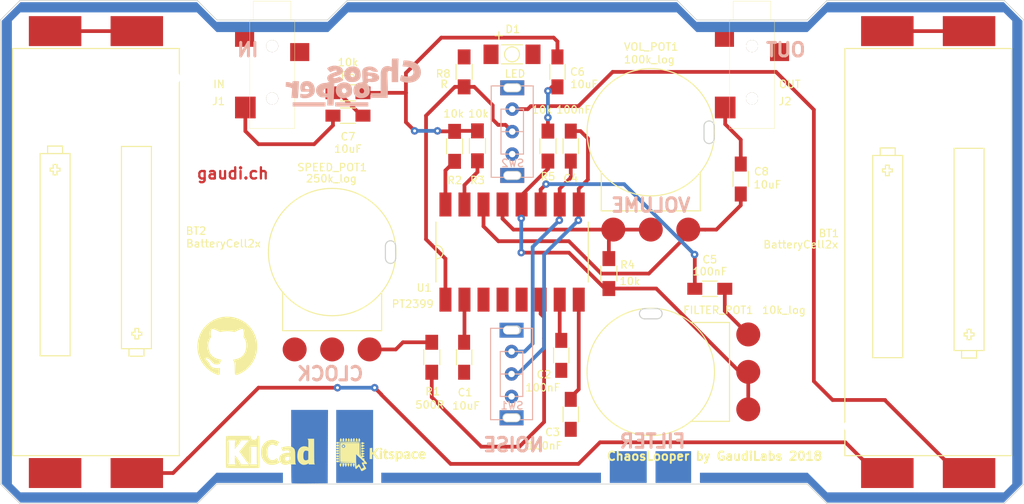
<source format=kicad_pcb>
(kicad_pcb (version 4) (host pcbnew 4.0.7-e2-6376~58~ubuntu16.04.1)
  (layers (0 F.Cu signal) (31 B.Cu signal) (34 B.Paste user) (35 F.Paste user) (36 B.SilkS user) (37 F.SilkS user) (38 B.Mask user) (39 F.Mask user) (44 Edge.Cuts user))
  (net 0 "")
  (net 1 GND)
  (net 2 "Net-(C6-Pad2)")
  (net 3 "Net-(C6-Pad1)")
  (net 4 "Net-(C7-Pad2)")
  (net 5 "Net-(C7-Pad1)")
  (net 6 "Net-(C8-Pad1)")
  (net 7 "Net-(C8-Pad2)")
  (net 8 "Net-(J1-Pad2)")
  (net 9 "Net-(J2-Pad2)")
  (net 10 "Net-(BT1-Pad2)")
  (net 11 "Net-(BT2-Pad2)")
  (net 12 "Net-(C5-Pad1)")
  (net 13 "Net-(R1-Pad1)")
  (net 14 "Net-(R4-Pad2)")
  (net 15 "Net-(C1-Pad1)")
  (net 16 "Net-(C2-Pad2)")
  (net 17 "Net-(C3-Pad2)")
  (net 18 "Net-(C4-Pad1)")
  (net 19 "Net-(C4-Pad2)")
  (net 20 "Net-(C5-Pad2)")
  (net 21 "Net-(R1-Pad2)")
  (net 22 "Net-(R2-Pad2)")
  (net 23 "Net-(R3-Pad2)")
  (net 24 "Net-(BT1-Pad1)")
  (net 25 VCC)
  (net 26 "Net-(D1-Pad2)")
  (net 27 "Net-(SW2-Pad3)")
  (net 28 "Net-(U1-Pad5)")
  (net 29 "Net-(SW1-Pad3)")
  (net 30 "Net-(FILTER_POT1-Pad2)")
  (net 31 "Net-(BT1-Pad3)")
  (module Capacitors_SMD:C_1206_HandSoldering (layer F.Cu) (at 133.604 114.046 270)
    (fp_text reference C1 (at 4.699 -0.127 360) (layer F.SilkS))
    (fp_text value 10uF (at 6.477 -0.254 360) (layer F.SilkS))
    (pad 2 smd rect (at 2 0 270) (size 2 1.6) (layers F.Cu F.Paste F.Mask))
    (pad 1 smd rect (at -2 0 270) (size 2 1.6) (layers F.Cu F.Paste F.Mask) (net 15 "Net-(C1-Pad1)"))
  )
  (module Capacitors_SMD:C_1206_HandSoldering (layer F.Cu) (at 146.558 113.792 90)
    (fp_text reference C2 (at -2.558 -2.308 180) (layer F.SilkS))
    (fp_text value 100nF (at -4.308 -2.458 180) (layer F.SilkS))
    (pad 1 smd rect (at -2 0 90) (size 2 1.6) (layers F.Cu F.Paste F.Mask))
    (pad 2 smd rect (at 2 0 90) (size 2 1.6) (layers F.Cu F.Paste F.Mask) (net 16 "Net-(C2-Pad2)"))
  )
  (module Capacitors_SMD:C_1206_HandSoldering (layer F.Cu) (at 147.828 121.666 90)
    (fp_text reference C3 (at -2.384 -2.428 180) (layer F.SilkS))
    (fp_text value 100nF (at -4.184 -3.478 180) (layer F.SilkS))
    (pad 1 smd rect (at -2 0 90) (size 2 1.6) (layers F.Cu F.Paste F.Mask))
    (pad 2 smd rect (at 2 0 90) (size 2 1.6) (layers F.Cu F.Paste F.Mask) (net 17 "Net-(C3-Pad2)"))
  )
  (module Capacitors_SMD:C_1206_HandSoldering (layer F.Cu) (at 147.828 85.852 270)
    (fp_text reference C4 (at 4.318 0 360) (layer F.SilkS))
    (fp_text value 100nF (at -4.852 -0.372 360) (layer F.SilkS))
    (pad 1 smd rect (at -2 0 270) (size 2 1.6) (layers F.Cu F.Paste F.Mask) (net 18 "Net-(C4-Pad1)"))
    (pad 2 smd rect (at 2 0 270) (size 2 1.6) (layers F.Cu F.Paste F.Mask) (net 19 "Net-(C4-Pad2)"))
  )
  (module Capacitors_SMD:C_1206_HandSoldering (layer F.Cu) (at 166.37 104.902 180)
    (fp_text reference C5 (at 0 3.902 180) (layer F.SilkS))
    (fp_text value 100nF (at 0 2.3 180) (layer F.SilkS))
    (pad 2 smd rect (at 2 0 180) (size 2 1.6) (layers F.Cu F.Paste F.Mask) (net 20 "Net-(C5-Pad2)"))
    (pad 1 smd rect (at -2 0 180) (size 2 1.6) (layers F.Cu F.Paste F.Mask) (net 12 "Net-(C5-Pad1)"))
  )
  (module Capacitors_SMD:C_1206_HandSoldering (layer F.Cu) (at 146.05 75.946 270)
    (fp_text reference C6 (at 0 -2.667 360) (layer F.SilkS))
    (fp_text value 10uF (at 1.651 -3.556 360) (layer F.SilkS))
    (pad 2 smd rect (at 2 0 270) (size 2 1.6) (layers F.Cu F.Paste F.Mask) (net 2 "Net-(C6-Pad2)"))
    (pad 1 smd rect (at -2 0 270) (size 2 1.6) (layers F.Cu F.Paste F.Mask) (net 3 "Net-(C6-Pad1)"))
  )
  (module Capacitors_SMD:C_1206_HandSoldering (layer F.Cu) (at 118.11 81.788)
    (fp_text reference C7 (at 0 2.794) (layer F.SilkS))
    (fp_text value 10uF (at 0 4.445) (layer F.SilkS))
    (pad 2 smd rect (at 2 0) (size 2 1.6) (layers F.Cu F.Paste F.Mask) (net 4 "Net-(C7-Pad2)"))
    (pad 1 smd rect (at -2 0) (size 2 1.6) (layers F.Cu F.Paste F.Mask) (net 5 "Net-(C7-Pad1)"))
  )
  (module Capacitors_SMD:C_1206_HandSoldering (layer F.Cu) (at 170.5 90.25 270)
    (fp_text reference C8 (at -1 -2.75 360) (layer F.SilkS))
    (fp_text value 10uF (at 0.75 -3.556 360) (layer F.SilkS))
    (pad 1 smd rect (at -2 0 270) (size 2 1.6) (layers F.Cu F.Paste F.Mask) (net 6 "Net-(C8-Pad1)"))
    (pad 2 smd rect (at 2 0 270) (size 2 1.6) (layers F.Cu F.Paste F.Mask) (net 7 "Net-(C8-Pad2)"))
  )
  (module Resistors_SMD:R_1206_HandSoldering (layer F.Cu) (at 129.286 114.046 270)
    (fp_text reference R1 (at 4.572 -0.127 360) (layer F.SilkS))
    (fp_text value 500R (at 6.35 0.254 360) (layer F.SilkS))
    (pad 2 smd rect (at 2 0 270) (size 2 1.7) (layers F.Cu F.Paste F.Mask) (net 21 "Net-(R1-Pad2)"))
    (pad 1 smd rect (at -2 0 270) (size 2 1.7) (layers F.Cu F.Paste F.Mask) (net 13 "Net-(R1-Pad1)"))
  )
  (module Resistors_SMD:R_1206_HandSoldering (layer F.Cu) (at 132.334 85.884 270)
    (fp_text reference R2 (at 4.54 0 360) (layer F.SilkS))
    (fp_text value 10k (at -4.35 0.127 360) (layer F.SilkS))
    (pad 2 smd rect (at 2 0 270) (size 2 1.7) (layers F.Cu F.Paste F.Mask) (net 22 "Net-(R2-Pad2)"))
    (pad 1 smd rect (at -2 0 270) (size 2 1.7) (layers F.Cu F.Paste F.Mask) (net 3 "Net-(C6-Pad1)"))
  )
  (module Resistors_SMD:R_1206_HandSoldering (layer F.Cu) (at 135.382 85.82 270)
    (fp_text reference R3 (at 4.604 0 360) (layer F.SilkS))
    (fp_text value 10k (at -4.286 -0.127 360) (layer F.SilkS))
    (pad 1 smd rect (at -2 0 270) (size 2 1.7) (layers F.Cu F.Paste F.Mask) (net 3 "Net-(C6-Pad1)"))
    (pad 2 smd rect (at 2 0 270) (size 2 1.7) (layers F.Cu F.Paste F.Mask) (net 23 "Net-(R3-Pad2)"))
  )
  (module Resistors_SMD:R_1206_HandSoldering (layer F.Cu) (at 152.908 102.87 90)
    (fp_text reference R4 (at 1.17 2.492 180) (layer F.SilkS))
    (fp_text value 10k (at -1.03 2.792 180) (layer F.SilkS))
    (pad 1 smd rect (at -2 0 90) (size 2 1.7) (layers F.Cu F.Paste F.Mask) (net 30 "Net-(FILTER_POT1-Pad2)"))
    (pad 2 smd rect (at 2 0 90) (size 2 1.7) (layers F.Cu F.Paste F.Mask) (net 14 "Net-(R4-Pad2)"))
  )
  (module Resistors_SMD:R_1206_HandSoldering (layer F.Cu) (at 144.78 85.852 270)
    (fp_text reference R5 (at 4.064 0 360) (layer F.SilkS))
    (fp_text value 10k (at -4.852 0.78 360) (layer F.SilkS))
    (pad 1 smd rect (at -2 0 270) (size 2 1.7) (layers F.Cu F.Paste F.Mask) (net 2 "Net-(C6-Pad2)"))
    (pad 2 smd rect (at 2 0 270) (size 2 1.7) (layers F.Cu F.Paste F.Mask) (net 30 "Net-(FILTER_POT1-Pad2)"))
  )
  (module Resistors_SMD:R_1206_HandSoldering (layer F.Cu) (at 118.11 78.74)
    (fp_text reference R6 (at 0 -2.3) (layer F.SilkS))
    (fp_text value 10k (at 0 -4.064) (layer F.SilkS))
    (pad 1 smd rect (at -2 0) (size 2 1.7) (layers F.Cu F.Paste F.Mask) (net 4 "Net-(C7-Pad2)"))
    (pad 2 smd rect (at 2 0) (size 2 1.7) (layers F.Cu F.Paste F.Mask) (net 3 "Net-(C6-Pad1)"))
  )
  (module Resistors_SMD:R_1206_HandSoldering (layer F.Cu) (at 133.604 75.946 270)
    (fp_text reference R8 (at 0.254 2.794 360) (layer F.SilkS))
    (fp_text value R (at 1.651 2.667 360) (layer F.SilkS))
    (pad 1 smd rect (at -2 0 270) (size 2 1.7) (layers F.Cu F.Paste F.Mask))
    (pad 2 smd rect (at 2 0 270) (size 2 1.7) (layers F.Cu F.Paste F.Mask) (net 25 VCC))
  )
  (module GaudiLabsFootPrints:PLUG3_5_SwitchCraft_2B (layer F.Cu) (at 108 69)
    (fp_text reference J1 (at -7.15 10.87) (layer F.SilkS))
    (fp_text value IN (at -7.09 8.597) (layer F.SilkS))
    (pad 3 smd rect (at -3.575 11.7) (size 2.75 2.9) (layers F.Cu F.Paste F.Mask) (net 5 "Net-(C7-Pad1)"))
    (pad 1 smd rect (at -3.675 2.4) (size 2.55 2.4) (layers F.Cu F.Paste F.Mask))
    (pad 2 smd rect (at 3.675 4.3) (size 2.55 2.4) (layers F.Cu F.Paste F.Mask))
    (pad "" thru_hole circle (at 0 3.5) (size 1.6 1.6) (drill 1.6) (layers *.Cu *.Mask F.SilkS))
    (pad "" thru_hole circle (at 0 10.5) (size 1.6 1.6) (drill 1.6) (layers *.Cu *.Mask F.SilkS))
  )
  (module GaudiLabsFootPrints:PLUG3_5_SwitchCraft_2B (layer F.Cu) (at 172 69)
    (fp_text reference J2 (at 4.403 10.883) (layer F.SilkS))
    (fp_text value OUT (at 5.038 8.597) (layer F.SilkS))
    (pad 3 smd rect (at -3.575 11.7) (size 2.75 2.9) (layers F.Cu F.Paste F.Mask) (net 6 "Net-(C8-Pad1)"))
    (pad 1 smd rect (at -3.675 2.4) (size 2.55 2.4) (layers F.Cu F.Paste F.Mask))
    (pad 2 smd rect (at 3.675 4.3) (size 2.55 2.4) (layers F.Cu F.Paste F.Mask))
    (pad "" thru_hole circle (at 0 3.5) (size 1.6 1.6) (drill 1.6) (layers *.Cu *.Mask F.SilkS))
    (pad "" thru_hole circle (at 0 10.5) (size 1.6 1.6) (drill 1.6) (layers *.Cu *.Mask F.SilkS))
  )
  (module GaudiLabsFootPrints:DIL16_SMD (layer F.Cu) (at 140 100)
    (fp_text reference U1 (at -11.73 4.775) (layer F.SilkS))
    (fp_text value PT2399 (at -13.254 6.934) (layer F.SilkS))
    (pad 16 smd rect (at -8.89 -6.35) (size 1.6 3.2) (layers F.Cu F.Paste F.Mask) (net 22 "Net-(R2-Pad2)"))
    (pad 15 smd rect (at -6.35 -6.35) (size 1.6 3.2) (layers F.Cu F.Paste F.Mask) (net 23 "Net-(R3-Pad2)"))
    (pad 14 smd rect (at -3.81 -6.35) (size 1.6 3.2) (layers F.Cu F.Paste F.Mask) (net 7 "Net-(C8-Pad2)"))
    (pad 13 smd rect (at -1.27 -6.35) (size 1.6 3.2) (layers F.Cu F.Paste F.Mask) (net 14 "Net-(R4-Pad2)"))
    (pad 12 smd rect (at 1.27 -6.35) (size 1.6 3.2) (layers F.Cu F.Paste F.Mask) (net 30 "Net-(FILTER_POT1-Pad2)"))
    (pad 11 smd rect (at 3.81 -6.35) (size 1.6 3.2) (layers F.Cu F.Paste F.Mask) (net 20 "Net-(C5-Pad2)"))
    (pad 10 smd rect (at 6.35 -6.35) (size 1.6 3.2) (layers F.Cu F.Paste F.Mask) (net 19 "Net-(C4-Pad2)"))
    (pad 9 smd rect (at 8.89 -6.35) (size 1.6 3.2) (layers F.Cu F.Paste F.Mask) (net 18 "Net-(C4-Pad1)"))
    (pad 8 smd rect (at 8.89 6.35) (size 1.6 3.2) (layers F.Cu F.Paste F.Mask) (net 17 "Net-(C3-Pad2)"))
    (pad 7 smd rect (at 6.35 6.35) (size 1.6 3.2) (layers F.Cu F.Paste F.Mask) (net 16 "Net-(C2-Pad2)"))
    (pad 6 smd rect (at 3.81 6.35) (size 1.6 3.2) (layers F.Cu F.Paste F.Mask) (net 21 "Net-(R1-Pad2)"))
    (pad 5 smd rect (at 1.27 6.35) (size 1.6 3.2) (layers F.Cu F.Paste F.Mask))
    (pad 4 smd rect (at -1.27 6.35) (size 1.6 3.2) (layers F.Cu F.Paste F.Mask))
    (pad 3 smd rect (at -3.81 6.35) (size 1.6 3.2) (layers F.Cu F.Paste F.Mask))
    (pad 1 smd rect (at -8.89 6.35) (size 1.6 3.2) (layers F.Cu F.Paste F.Mask) (net 25 VCC))
    (pad 2 smd rect (at -6.35 6.35) (size 1.6 3.2) (layers F.Cu F.Paste F.Mask) (net 15 "Net-(C1-Pad1)"))
  )
  (module GaudiLabsLogos:ChaosFront (layer B.Cu) (at 140.081 99.949 180)
    (fp_text reference G*** hide)
    (fp_text value LOGO hide)
  )
  (module GaudiLabsLogos:ChaosLogo (layer B.Cu) (at 118.999 77.47 180)
    (fp_text reference G*** hide)
    (fp_text value LOGO hide)
  )
  (module GaudiLabsFootPrints:TOPLED_R (layer F.Cu) (at 139.99 73.6 90)
    (fp_text reference D1 (at 3.35 0.1 180) (layer F.SilkS))
    (fp_text value LED (at -2.6 0.4 180) (layer F.SilkS))
    (pad 2 smd rect (at 0 -2.8 90) (size 2.6 2) (layers F.Cu F.Paste F.Mask))
    (pad 1 smd rect (at 0 2.8 90) (size 2.6 2) (layers F.Cu F.Paste F.Mask))
  )
  (module GaudiLabsFootPrints:SWITCH_SLIDE (layer B.Cu) (at 140.02 83.92 270)
    (fp_text reference SW2 (at 4.218 -0.061 360) (layer B.SilkS) (effects (justify mirror)))
    (fp_text value Switch)
    (pad "" thru_hole rect (at -5.85 0 180) (size 3.2 2) (drill oval 2.2 1) (layers *.Cu *.Mask))
    (pad "" thru_hole rect (at 5.85 0 180) (size 3.2 2) (drill oval 2.2 1) (layers *.Cu *.Mask))
    (pad 3 thru_hole circle (at 3 0 180) (size 1.8 1.8) (drill 0.85) (layers *.Cu *.Mask))
    (pad 1 thru_hole circle (at -3 0 270) (size 1.8 1.8) (drill 0.85) (layers *.Cu *.Mask) (net 31 "Net-(BT1-Pad3)"))
    (pad 2 thru_hole circle (at 0 0 270) (size 1.8 1.8) (drill 0.85) (layers *.Cu *.Mask) (net 25 VCC))
  )
  (module GaudiLabsFootPrints:SWITCH_SLIDE (layer B.Cu) (at 139.93 116.28 270)
    (fp_text reference SW1 (at 4.218 -0.061 360) (layer B.SilkS) (effects (justify mirror)))
    (fp_text value Switch)
    (pad "" thru_hole rect (at -5.85 0 180) (size 3.2 2) (drill oval 2.2 1) (layers *.Cu *.Mask))
    (pad "" thru_hole rect (at 5.85 0 180) (size 3.2 2) (drill oval 2.2 1) (layers *.Cu *.Mask))
    (pad 3 thru_hole circle (at 3 0 180) (size 1.8 1.8) (drill 0.85) (layers *.Cu *.Mask))
    (pad 1 thru_hole circle (at -3 0 270) (size 1.8 1.8) (drill 0.85) (layers *.Cu *.Mask) (net 19 "Net-(C4-Pad2)"))
    (pad 2 thru_hole circle (at 0 0 270) (size 1.8 1.8) (drill 0.85) (layers *.Cu *.Mask) (net 18 "Net-(C4-Pad1)"))
  )
  (module GaudiLabsLogos:ChaosFrame2 (layer F.Cu) (at 140 100)
    (fp_text reference G*** hide)
    (fp_text value LOGO hide)
    (fp_poly (pts (xy -40.724667 -32.046333) (xy -39.414382 -30.734) (xy -24.593618 -30.734) (xy -23.283333 -32.046333) (xy -21.973049 -33.358667) (xy 21.973049 -33.358667) (xy 23.283334 -32.046333) (xy 24.593618 -30.734) (xy 39.414382 -30.734) (xy 40.724667 -32.046334) (xy 42.034951 -33.358667) (xy 65.576451 -33.358667) (xy 66.824225 -32.108808) (xy 68.072 -30.85895) (xy 68.072 30.943616) (xy 66.824225 32.193475) (xy 65.576451 33.443333) (xy 42.034951 33.443333) (xy 40.724667 32.131) (xy 39.414382 30.818667) (xy 25.061334 30.818667) (xy 25.061334 29.464) (xy 39.414382 29.464) (xy 40.724667 30.776333) (xy 42.034951 32.088666) (xy 53.806913 32.088667) (xy 65.578875 32.088667) (xy 66.148104 31.515042) (xy 66.717334 30.941417) (xy 66.717334 -30.865542) (xy 65.570084 -32.004) (xy 42.034951 -32.004) (xy 40.724667 -30.691667) (xy 39.414382 -29.379333) (xy 24.593618 -29.379333) (xy 23.283334 -30.691667) (xy 21.973049 -32.004) (xy -21.874384 -32.004) (xy -23.196011 -30.691667) (xy -24.517639 -29.379333) (xy -39.414382 -29.379333) (xy -40.724667 -30.691667) (xy -42.034951 -32.004) (xy -65.578875 -32.004) (xy -66.148104 -31.430375) (xy -66.717333 -30.856751) (xy -66.717333 30.950208) (xy -66.143708 31.519437) (xy -65.570084 32.088667) (xy -42.034951 32.088667) (xy -40.724666 30.776333) (xy -39.414382 29.464) (xy -30.564666 29.464) (xy -30.564666 30.818667) (xy -39.414382 30.818667) (xy -40.724666 32.131) (xy -42.034951 33.443333) (xy -65.57645 33.443333) (xy -66.824225 32.193475) (xy -68.072 30.943616) (xy -68.072 -30.863117) (xy -66.822141 -32.110892) (xy -65.572283 -33.358667) (xy -42.034951 -33.358667) (xy -40.724667 -32.046333)) (layer B.Cu) (width 0.01))
    (fp_poly (pts (xy -24.595666 30.861) (xy -26.972096 30.883459) (xy -27.590253 30.887302) (xy -28.152626 30.886971) (xy -28.637124 30.882787) (xy -29.021658 30.87507) (xy -29.284135 30.864141) (xy -29.402467 30.850319) (xy -29.406263 30.848181) (xy -29.416852 30.755207) (xy -29.426813 30.508108) (xy -29.435967 30.122093) (xy -29.444137 29.612371) (xy -29.451143 28.99415) (xy -29.456806 28.282639) (xy -29.460948 27.493045) (xy -29.46339 26.640577) (xy -29.464 25.936222) (xy -29.464 21.082) (xy -24.551958 21.082) (xy -24.595666 30.861)) (layer B.Cu) (width 0.01))
    (fp_poly (pts (xy -18.542 30.818667) (xy -23.452666 30.818667) (xy -23.452666 21.082) (xy -18.542 21.082) (xy -18.542 30.818667)) (layer B.Cu) (width 0.01))
    (fp_poly (pts (xy 11.853334 30.818667) (xy -17.441333 30.818667) (xy -17.441333 29.464) (xy 11.853334 29.464) (xy 11.853334 30.818667)) (layer B.Cu) (width 0.01))
    (fp_poly (pts (xy 17.949334 30.818667) (xy 13.038667 30.818667) (xy 13.038667 26.585333) (xy 17.949334 26.585333) (xy 17.949334 30.818667)) (layer B.Cu) (width 0.01))
    (fp_poly (pts (xy 23.876 30.818667) (xy 19.134667 30.818667) (xy 19.134667 26.585333) (xy 23.876 26.585333) (xy 23.876 30.818667)) (layer B.Cu) (width 0.01))
  )
  (module GaudiLabsLogos:ChaosFrameM2 (layer F.Cu) (at 140 100)
    (fp_text reference G*** hide)
    (fp_text value LOGO hide)
  )
  (module GaudiLabsFootPrints:POTI_PCB (layer B.Cu) (at 158.5 116 270)
    (fp_text reference FILTER_POT1 (at -8.25 -9 360) (layer F.SilkS))
    (fp_text value 10k_log (at -8.25 -17.75 360) (layer F.SilkS))
    (pad 1 smd circle (at -5 -13 270) (size 3.2 3.2) (layers F.Cu F.Paste F.Mask) (net 12 "Net-(C5-Pad1)"))
    (pad 3 smd circle (at 5 -13 270) (size 3.2 3.2) (layers F.Cu F.Paste F.Mask) (net 30 "Net-(FILTER_POT1-Pad2)"))
    (pad 2 smd circle (at 0 -13 270) (size 3.2 3.2) (layers F.Cu F.Paste F.Mask) (net 30 "Net-(FILTER_POT1-Pad2)"))
    (pad "" np_thru_hole circle (at -0.1 0.1 270) (size 7 7) (drill 7) (layers *.Cu *.Mask))
  )
  (module GaudiLabsFootPrints:POTI_PCB (layer B.Cu) (at 116 100 180)
    (fp_text reference SPEED_POT1 (at 0 11.3 180) (layer F.SilkS))
    (fp_text value 250k_log (at 0.1 9.8 180) (layer F.SilkS))
    (pad 1 smd circle (at -5 -13 180) (size 3.2 3.2) (layers F.Cu F.Paste F.Mask) (net 13 "Net-(R1-Pad1)"))
    (pad 3 smd circle (at 5 -13 180) (size 3.2 3.2) (layers F.Cu F.Paste F.Mask))
    (pad 2 smd circle (at 0 -13 180) (size 3.2 3.2) (layers F.Cu F.Paste F.Mask))
    (pad "" np_thru_hole circle (at -0.1 0.1 180) (size 7 7) (drill 7) (layers *.Cu *.Mask))
  )
  (module GaudiLabsFootPrints:POTI_PCB (layer B.Cu) (at 158.5 84 180)
    (fp_text reference VOL_POT1 (at -0.05 11.4 180) (layer F.SilkS))
    (fp_text value 100k_log (at 0.2 9.7 180) (layer F.SilkS))
    (pad 1 smd circle (at -5 -13 180) (size 3.2 3.2) (layers F.Cu F.Paste F.Mask) (net 7 "Net-(C8-Pad2)"))
    (pad 3 smd circle (at 5 -13 180) (size 3.2 3.2) (layers F.Cu F.Paste F.Mask) (net 14 "Net-(R4-Pad2)"))
    (pad 2 smd circle (at 0 -13 180) (size 3.2 3.2) (layers F.Cu F.Paste F.Mask) (net 14 "Net-(R4-Pad2)"))
    (pad "" np_thru_hole circle (at -0.1 0.1 180) (size 7 7) (drill 7) (layers *.Cu *.Mask))
  )
  (module GaudiLabsFootPrints:BAT_HOLDER_AAA_DOUBLE (layer F.Cu) (at 195.5 100 90)
    (fp_text reference BT1 (at 2.5 -13.25 180) (layer F.SilkS))
    (fp_text value BatteryCell2x (at 1 -17 180) (layer F.SilkS))
    (pad 2 smd rect (at -29.5 -5.45 90) (size 4 7) (layers F.Cu F.Paste F.Mask) (net 10 "Net-(BT1-Pad2)"))
    (pad 1 smd rect (at 29.5 -5.45 90) (size 4 7) (layers F.Cu F.Paste F.Mask) (net 24 "Net-(BT1-Pad1)"))
    (pad 3 smd rect (at -29.5 5.45 90) (size 4 7) (layers F.Cu F.Paste F.Mask) (net 31 "Net-(BT1-Pad3)"))
    (pad 4 smd rect (at 29.5 5.45 90) (size 4 7) (layers F.Cu F.Paste F.Mask) (net 24 "Net-(BT1-Pad1)"))
    (pad "" np_thru_hole circle (at -23.25 -10.475 90) (size 1.6 1.6) (drill 1.6) (layers *.Cu *.Mask))
  )
  (module GaudiLabsFootPrints:BAT_HOLDER_AAA_DOUBLE (layer F.Cu) (at 84.5 100 270)
    (fp_text reference BT2 (at -2.82 -13.35 360) (layer F.SilkS))
    (fp_text value BatteryCell2x (at -1.13 -17 360) (layer F.SilkS))
    (pad 2 smd rect (at -29.5 -5.45 270) (size 4 7) (layers F.Cu F.Paste F.Mask) (net 11 "Net-(BT2-Pad2)"))
    (pad 1 smd rect (at 29.5 -5.45 270) (size 4 7) (layers F.Cu F.Paste F.Mask) (net 10 "Net-(BT1-Pad2)"))
    (pad 3 smd rect (at -29.5 5.45 270) (size 4 7) (layers F.Cu F.Paste F.Mask) (net 11 "Net-(BT2-Pad2)"))
    (pad 4 smd rect (at 29.5 5.45 270) (size 4 7) (layers F.Cu F.Paste F.Mask))
    (pad "" np_thru_hole circle (at -23.25 -10.475 270) (size 1.6 1.6) (drill 1.6) (layers *.Cu *.Mask))
  )
  (module GaudiLabsLogos:Kitspace2 (layer F.Cu) (at 123.25 127)
    (fp_text reference G*** hide)
    (fp_text value LOGO hide)
  )
  (module GaudiLabsLogos:GitHubCat (layer F.Cu) (at 102 112.5)
    (fp_text reference G*** hide)
    (fp_text value LOGO hide)
  )
  (module Symbols:Symbol_KiCAD-Logo_CopperAndSilkScreenTop (layer F.Cu) (at 107.75 126.5)
    (fp_text reference REF** hide)
    (fp_text value "KiCAD Logo" hide)
  )
  (gr_text NOISE (at 140.22 125.73) (layer B.SilkS) (effects (font (size 1.8 1.8) (thickness 0.4)) (justify mirror)))
  (gr_text gaudi.ch (at 102.75 89.5) (layer F.Cu) (effects (font (size 1.5 1.5) (thickness 0.3))))
  (gr_text CLOCK (at 115.75 116.25) (layer B.SilkS) (effects (font (size 1.8 1.8) (thickness 0.4)) (justify mirror)))
  (gr_text FILTER (at 158.75 125.25) (layer B.SilkS) (effects (font (size 1.8 1.8) (thickness 0.4)) (justify mirror)))
  (gr_text VOLUME (at 158.5 93.75) (layer B.SilkS) (effects (font (size 1.8 1.8) (thickness 0.4)) (justify mirror)))
  (gr_text IN (at 104.75 73) (layer B.SilkS) (effects (font (size 1.8 1.8) (thickness 0.4)) (justify mirror)))
  (gr_text OUT (at 176.5 73) (layer B.SilkS) (effects (font (size 1.8 1.8) (thickness 0.4)) (justify mirror)))
  (gr_text "ChaosLooper by GaudiLabs 2018" (at 167 127.25) (layer F.SilkS) (effects (font (size 1.15 1.15) (thickness 0.25))))
  (gr_arc (start 140.63472 78.05928) (end 140.59916 77.52588) (angle 186.9689177) (layer Edge.Cuts) (width 0.15))
  (gr_arc (start 139.4206 78.06944) (end 139.43584 78.60284) (angle 184.4521337) (layer Edge.Cuts) (width 0.15))
  (gr_arc (start 139.4206 89.77884) (end 139.43584 90.31224) (angle 184.4521337) (layer Edge.Cuts) (width 0.15))
  (gr_arc (start 140.63472 89.76868) (end 140.59916 89.23528) (angle 186.9689177) (layer Edge.Cuts) (width 0.15))
  (gr_arc (start 140.53312 122.10796) (end 140.49756 121.57456) (angle 186.9689177) (layer Edge.Cuts) (width 0.15))
  (gr_arc (start 139.319 122.11812) (end 139.33424 122.65152) (angle 184.4521337) (layer Edge.Cuts) (width 0.15))
  (gr_arc (start 139.39012 110.4138) (end 139.40536 110.9472) (angle 184.4521337) (layer Edge.Cuts) (width 0.15))
  (gr_arc (start 140.60424 110.40364) (end 140.56868 109.87024) (angle 186.9689177) (layer Edge.Cuts) (width 0.15))
  (gr_arc (start 159.327596 108.227115) (end 159.332676 107.546395) (angle 177.9474511) (layer Edge.Cuts) (width 0.15))
  (gr_arc (start 157.66542 108.23702) (end 157.66542 108.91266) (angle 177.9249736) (layer Edge.Cuts) (width 0.15))
  (gr_arc (start 123.78436 99.17176) (end 123.10872 99.17176) (angle 177.9249736) (layer Edge.Cuts) (width 0.15))
  (gr_arc (start 123.794265 100.833936) (end 124.474985 100.839016) (angle 177.9474511) (layer Edge.Cuts) (width 0.15))
  (gr_arc (start 166.280465 84.830696) (end 166.961185 84.835776) (angle 177.9474511) (layer Edge.Cuts) (width 0.15))
  (gr_arc (start 166.274803 83.17484) (end 165.599163 83.17484) (angle 177.9249736) (layer Edge.Cuts) (width 0.15))
  (gr_line (start 139.45616 77.53604) (end 140.6144 77.52588) (layer Edge.Cuts) (width 0.15))
  (gr_line (start 140.59916 78.59776) (end 139.40028 78.60792) (layer Edge.Cuts) (width 0.15))
  (gr_line (start 140.59916 90.30716) (end 139.40028 90.31732) (layer Edge.Cuts) (width 0.15))
  (gr_line (start 139.45616 89.24544) (end 140.6144 89.23528) (layer Edge.Cuts) (width 0.15))
  (gr_line (start 139.35456 121.58472) (end 140.5128 121.57456) (layer Edge.Cuts) (width 0.15))
  (gr_line (start 140.49756 122.64644) (end 139.29868 122.6566) (layer Edge.Cuts) (width 0.15))
  (gr_line (start 140.56868 110.94212) (end 139.3698 110.95228) (layer Edge.Cuts) (width 0.15))
  (gr_line (start 139.42568 109.8804) (end 140.58392 109.87024) (layer Edge.Cuts) (width 0.15))
  (gr_line (start 157.65526 107.56138) (end 159.33166 107.54106) (layer Edge.Cuts) (width 0.15))
  (gr_line (start 157.65526 108.91774) (end 159.33166 108.91774) (layer Edge.Cuts) (width 0.15))
  (gr_line (start 123.10364 99.1616) (end 123.10364 100.838) (layer Edge.Cuts) (width 0.15))
  (gr_line (start 124.46 99.1616) (end 124.48032 100.838) (layer Edge.Cuts) (width 0.15))
  (gr_line (start 166.95 83.165696) (end 166.961 84.842096) (layer Edge.Cuts) (width 0.15))
  (gr_line (start 165.599163 83.17484) (end 165.599163 84.85124) (layer Edge.Cuts) (width 0.15))
  (gr_line (start 98.001095 133.59819) (end 100.626091 130.97318) (layer Edge.Cuts) (width 0.1))
  (gr_line (start 74.376094 133.59819) (end 98.001095 133.59819) (layer Edge.Cuts) (width 0.1))
  (gr_line (start 71.751095 130.97318) (end 74.376094 133.59819) (layer Edge.Cuts) (width 0.1))
  (gr_line (start 71.751095 69.023183) (end 71.751095 130.97318) (layer Edge.Cuts) (width 0.1))
  (gr_line (start 74.376094 66.398184) (end 71.751095 69.023183) (layer Edge.Cuts) (width 0.1))
  (gr_line (start 98.001095 66.398184) (end 74.376094 66.398184) (layer Edge.Cuts) (width 0.1))
  (gr_line (start 100.626094 69.023183) (end 98.001095 66.398184) (layer Edge.Cuts) (width 0.1))
  (gr_line (start 115.37391 69.023183) (end 100.626094 69.023183) (layer Edge.Cuts) (width 0.1))
  (gr_line (start 118.026094 66.398184) (end 115.37391 69.023183) (layer Edge.Cuts) (width 0.1))
  (gr_line (start 162.00109 66.398184) (end 118.026094 66.398184) (layer Edge.Cuts) (width 0.1))
  (gr_line (start 164.62609 69.023183) (end 162.00109 66.398184) (layer Edge.Cuts) (width 0.1))
  (gr_line (start 179.3761 69.023183) (end 164.62609 69.023183) (layer Edge.Cuts) (width 0.1))
  (gr_line (start 182.00109 66.398184) (end 179.3761 69.023183) (layer Edge.Cuts) (width 0.1))
  (gr_line (start 205.62609 66.398184) (end 182.00109 66.398184) (layer Edge.Cuts) (width 0.1))
  (gr_line (start 208.25109 69.023183) (end 205.62609 66.398184) (layer Edge.Cuts) (width 0.1))
  (gr_line (start 208.2511 130.97318) (end 208.25109 69.023183) (layer Edge.Cuts) (width 0.1))
  (gr_line (start 205.6261 133.59819) (end 208.2511 130.97318) (layer Edge.Cuts) (width 0.1))
  (gr_line (start 182.0011 133.59819) (end 205.6261 133.59819) (layer Edge.Cuts) (width 0.1))
  (gr_line (start 179.3761 130.97318) (end 182.0011 133.59819) (layer Edge.Cuts) (width 0.1))
  (gr_line (start 100.626091 130.97318) (end 179.3761 130.97318) (layer Edge.Cuts) (width 0.1))
  (segment (start 144.78 83.852) (end 144.78 82.042) (width 0.5) (layer F.Cu) (net 2))
  (segment (start 144.78 78.486) (end 145.32 77.946) (width 0.5) (layer F.Cu) (net 2))
  (segment (start 144.78 82.042) (end 144.78 78.486) (width 0.5) (layer B.Cu) (net 2))
  (segment (start 145.32 77.946) (end 146.05 77.946) (width 0.5) (layer F.Cu) (net 2))
  (segment (start 132.334 83.884) (end 130.112 83.884) (width 0.5) (layer F.Cu) (net 3))
  (segment (start 125.84 82.66) (end 125.84 78.74) (width 0.5) (layer F.Cu) (net 3))
  (segment (start 127 83.82) (end 125.84 82.66) (width 0.5) (layer F.Cu) (net 3))
  (segment (start 130.048 83.82) (end 127 83.82) (width 0.5) (layer B.Cu) (net 3))
  (segment (start 130.112 83.884) (end 130.048 83.82) (width 0.5) (layer F.Cu) (net 3))
  (segment (start 130.556 71.374) (end 125.84 76.09) (width 0.5) (layer F.Cu) (net 3))
  (segment (start 146.05 73.946) (end 146.05 71.882) (width 0.5) (layer F.Cu) (net 3))
  (segment (start 146.05 71.882) (end 145.542 71.374) (width 0.5) (layer F.Cu) (net 3))
  (segment (start 145.542 71.374) (end 130.556 71.374) (width 0.5) (layer F.Cu) (net 3))
  (segment (start 125.84 76.09) (end 125.84 78.74) (width 0.5) (layer F.Cu) (net 3))
  (segment (start 125.84 78.74) (end 120.11 78.74) (width 0.5) (layer F.Cu) (net 3))
  (segment (start 135.382 83.82) (end 132.398 83.82) (width 0.5) (layer F.Cu) (net 3))
  (segment (start 132.398 83.82) (end 132.334 83.884) (width 0.5) (layer F.Cu) (net 3))
  (segment (start 116.11 78.74) (end 116.862 78.74) (width 0.5) (layer F.Cu) (net 4))
  (segment (start 116.862 78.74) (end 119.91 81.788) (width 0.5) (layer F.Cu) (net 4))
  (segment (start 119.91 81.788) (end 120.11 81.788) (width 0.5) (layer F.Cu) (net 4))
  (segment (start 116.11 81.788) (end 116.11 83.088) (width 0.5) (layer F.Cu) (net 5))
  (segment (start 113.6 85.598) (end 106.172 85.598) (width 0.5) (layer F.Cu) (net 5))
  (segment (start 116.11 83.088) (end 113.6 85.598) (width 0.5) (layer F.Cu) (net 5))
  (segment (start 106.172 85.598) (end 104.425 83.851) (width 0.5) (layer F.Cu) (net 5))
  (segment (start 104.425 83.851) (end 104.425 80.7) (width 0.5) (layer F.Cu) (net 5))
  (segment (start 168.425 82.925) (end 170.5 85) (width 0.5) (layer F.Cu) (net 6))
  (segment (start 170.5 85) (end 170.5 88.25) (width 0.5) (layer F.Cu) (net 6))
  (segment (start 168.425 80.7) (end 168.425 82.925) (width 0.5) (layer F.Cu) (net 6))
  (segment (start 170.5 92.25) (end 170.5 93.75) (width 0.5) (layer F.Cu) (net 7))
  (segment (start 170.5 93.75) (end 167.25 97) (width 0.5) (layer F.Cu) (net 7))
  (segment (start 167.25 97) (end 165.762741 97) (width 0.5) (layer F.Cu) (net 7))
  (segment (start 165.762741 97) (end 163.5 97) (width 0.5) (layer F.Cu) (net 7))
  (segment (start 136.19 96.566) (end 136.19 93.65) (width 0.5) (layer F.Cu) (net 7))
  (segment (start 138.176 98.552) (end 136.19 96.566) (width 0.5) (layer F.Cu) (net 7))
  (segment (start 147.574 98.552) (end 138.176 98.552) (width 0.5) (layer F.Cu) (net 7))
  (segment (start 151.892 102.87) (end 147.574 98.552) (width 0.5) (layer F.Cu) (net 7))
  (segment (start 158.242 102.87) (end 151.892 102.87) (width 0.5) (layer F.Cu) (net 7))
  (segment (start 163.5 97.612) (end 158.242 102.87) (width 0.5) (layer F.Cu) (net 7))
  (segment (start 163.5 97) (end 163.5 97.612) (width 0.5) (layer F.Cu) (net 7))
  (segment (start 184.45 125.4) (end 188.55 129.5) (width 0.5) (layer F.Cu) (net 10))
  (segment (start 188.55 129.5) (end 190.05 129.5) (width 0.5) (layer F.Cu) (net 10))
  (segment (start 116.713 118.11) (end 106.18 118.11) (width 0.5) (layer F.Cu) (net 10))
  (segment (start 106.18 118.11) (end 96.782 127.508) (width 0.5) (layer F.Cu) (net 10))
  (segment (start 96.782 127.508) (end 96.774 127.508) (width 0.5) (layer F.Cu) (net 10))
  (segment (start 94.782 129.5) (end 89.95 129.5) (width 0.5) (layer F.Cu) (net 10))
  (segment (start 96.774 127.508) (end 94.782 129.5) (width 0.5) (layer F.Cu) (net 10))
  (segment (start 121.666 118.11) (end 116.713 118.11) (width 0.5) (layer B.Cu) (net 10))
  (segment (start 122.55 119.03) (end 122.55 118.994) (width 0.5) (layer F.Cu) (net 10))
  (segment (start 122.55 118.994) (end 121.666 118.11) (width 0.5) (layer F.Cu) (net 10))
  (segment (start 148.85 128.28) (end 151.73 125.4) (width 0.5) (layer F.Cu) (net 10))
  (segment (start 122.55 119.03) (end 131.8 128.28) (width 0.5) (layer F.Cu) (net 10))
  (segment (start 151.73 125.4) (end 184.45 125.4) (width 0.5) (layer F.Cu) (net 10))
  (segment (start 131.8 128.28) (end 148.85 128.28) (width 0.5) (layer F.Cu) (net 10))
  (segment (start 79.05 70.5) (end 89.95 70.5) (width 0.5) (layer F.Cu) (net 11))
  (segment (start 168.37 104.902) (end 168.37 107.87) (width 0.5) (layer F.Cu) (net 12))
  (segment (start 168.37 107.87) (end 171.5 111) (width 0.5) (layer F.Cu) (net 12))
  (segment (start 121 113) (end 124.49 113) (width 0.5) (layer F.Cu) (net 13))
  (segment (start 125.444 112.046) (end 129.286 112.046) (width 0.5) (layer F.Cu) (net 13))
  (segment (start 124.49 113) (end 125.444 112.046) (width 0.5) (layer F.Cu) (net 13))
  (segment (start 153.5 97) (end 140.18 97) (width 0.5) (layer F.Cu) (net 14))
  (segment (start 138.73 95.55) (end 138.73 93.65) (width 0.5) (layer F.Cu) (net 14))
  (segment (start 140.18 97) (end 138.73 95.55) (width 0.5) (layer F.Cu) (net 14))
  (segment (start 158.5 97) (end 153.5 97) (width 0.5) (layer F.Cu) (net 14))
  (segment (start 153.5 97) (end 152.908 97.592) (width 0.5) (layer F.Cu) (net 14))
  (segment (start 152.908 97.592) (end 152.908 100.87) (width 0.5) (layer F.Cu) (net 14))
  (segment (start 133.65 106.35) (end 133.65 112) (width 0.5) (layer F.Cu) (net 15))
  (segment (start 133.65 112) (end 133.604 112.046) (width 0.5) (layer F.Cu) (net 15))
  (segment (start 146.35 106.35) (end 146.35 111.584) (width 0.5) (layer F.Cu) (net 16))
  (segment (start 146.35 111.584) (end 146.558 111.792) (width 0.5) (layer F.Cu) (net 16))
  (segment (start 148.89 106.35) (end 148.89 118.318) (width 0.5) (layer F.Cu) (net 17))
  (segment (start 148.89 118.318) (end 147.828 119.38) (width 0.5) (layer F.Cu) (net 17))
  (segment (start 147.828 119.38) (end 147.828 119.666) (width 0.5) (layer F.Cu) (net 17))
  (segment (start 139.93 116.28) (end 140.768 116.28) (width 0.5) (layer B.Cu) (net 18))
  (segment (start 140.768 116.28) (end 144.272 112.776) (width 0.5) (layer B.Cu) (net 18))
  (segment (start 144.272 112.776) (end 144.272 100.33) (width 0.5) (layer B.Cu) (net 18))
  (segment (start 144.272 100.33) (end 148.844 95.758) (width 0.5) (layer B.Cu) (net 18))
  (segment (start 148.844 95.758) (end 148.89 95.712) (width 0.5) (layer F.Cu) (net 18))
  (segment (start 148.89 95.712) (end 148.89 93.65) (width 0.5) (layer F.Cu) (net 18))
  (segment (start 147.828 83.852) (end 149.128 83.852) (width 0.5) (layer F.Cu) (net 18))
  (segment (start 149.128 83.852) (end 150.114 84.838) (width 0.5) (layer F.Cu) (net 18))
  (segment (start 150.114 84.838) (end 150.114 90.326) (width 0.5) (layer F.Cu) (net 18))
  (segment (start 148.89 91.55) (end 148.89 93.65) (width 0.5) (layer F.Cu) (net 18))
  (segment (start 150.114 90.326) (end 148.89 91.55) (width 0.5) (layer F.Cu) (net 18))
  (segment (start 142.748 112.014) (end 142.748 112.202) (width 0.5) (layer B.Cu) (net 19))
  (segment (start 142.748 112.014) (end 142.748 99.314) (width 0.5) (layer B.Cu) (net 19))
  (segment (start 142.748 99.314) (end 146.304 95.758) (width 0.5) (layer B.Cu) (net 19))
  (segment (start 146.304 95.758) (end 146.35 95.712) (width 0.5) (layer F.Cu) (net 19))
  (segment (start 146.35 93.65) (end 146.35 95.712) (width 0.5) (layer F.Cu) (net 19))
  (segment (start 141.67 113.28) (end 139.93 113.28) (width 0.5) (layer B.Cu) (net 19))
  (segment (start 142.748 112.202) (end 141.67 113.28) (width 0.5) (layer B.Cu) (net 19))
  (segment (start 146.35 93.65) (end 146.35 91.55) (width 0.5) (layer F.Cu) (net 19))
  (segment (start 146.35 91.55) (end 147.828 90.072) (width 0.5) (layer F.Cu) (net 19))
  (segment (start 147.828 90.072) (end 147.828 87.852) (width 0.5) (layer F.Cu) (net 19))
  (segment (start 164.37 104.902) (end 164.37 100.362) (width 0.5) (layer F.Cu) (net 20))
  (segment (start 143.81 91.648) (end 143.81 93.65) (width 0.5) (layer F.Cu) (net 20))
  (segment (start 144.526 90.932) (end 143.81 91.648) (width 0.5) (layer F.Cu) (net 20))
  (segment (start 154.94 90.932) (end 144.526 90.932) (width 0.5) (layer B.Cu) (net 20))
  (segment (start 164.338 100.33) (end 154.94 90.932) (width 0.5) (layer B.Cu) (net 20))
  (segment (start 164.37 100.362) (end 164.338 100.33) (width 0.5) (layer F.Cu) (net 20))
  (segment (start 144.272 111.506) (end 144.272 108.712) (width 0.5) (layer F.Cu) (net 21))
  (segment (start 143.81 106.35) (end 143.81 108.25) (width 0.5) (layer F.Cu) (net 21))
  (segment (start 129.286 119.38) (end 135.89 125.984) (width 0.5) (layer F.Cu) (net 21))
  (segment (start 135.89 125.984) (end 140.97 125.984) (width 0.5) (layer F.Cu) (net 21))
  (segment (start 140.97 125.984) (end 144.272 122.682) (width 0.5) (layer F.Cu) (net 21))
  (segment (start 129.286 119.38) (end 129.286 116.046) (width 0.5) (layer F.Cu) (net 21))
  (segment (start 144.272 122.682) (end 144.272 111.506) (width 0.5) (layer F.Cu) (net 21))
  (segment (start 144.272 108.712) (end 143.81 108.25) (width 0.5) (layer F.Cu) (net 21))
  (segment (start 131.11 93.65) (end 131.11 89.108) (width 0.5) (layer F.Cu) (net 22))
  (segment (start 131.11 89.108) (end 132.334 87.884) (width 0.5) (layer F.Cu) (net 22))
  (segment (start 135.382 87.82) (end 135.382 89.32) (width 0.5) (layer F.Cu) (net 23))
  (segment (start 135.382 89.32) (end 133.65 91.052) (width 0.5) (layer F.Cu) (net 23))
  (segment (start 133.65 91.052) (end 133.65 93.65) (width 0.5) (layer F.Cu) (net 23))
  (segment (start 190.05 70.5) (end 200.95 70.5) (width 0.5) (layer F.Cu) (net 24))
  (segment (start 131.11 106.35) (end 131.11 100.884) (width 0.5) (layer F.Cu) (net 25))
  (segment (start 132.366 77.946) (end 133.604 77.946) (width 0.5) (layer F.Cu) (net 25))
  (segment (start 128.524 81.788) (end 132.366 77.946) (width 0.5) (layer F.Cu) (net 25))
  (segment (start 128.524 98.298) (end 128.524 81.788) (width 0.5) (layer F.Cu) (net 25))
  (segment (start 131.11 100.884) (end 128.524 98.298) (width 0.5) (layer F.Cu) (net 25))
  (segment (start 140.02 83.92) (end 139.120001 83.020001) (width 0.5) (layer F.Cu) (net 25))
  (segment (start 139.120001 83.020001) (end 138.138001 83.020001) (width 0.5) (layer F.Cu) (net 25))
  (segment (start 138.138001 83.020001) (end 137.414 82.296) (width 0.5) (layer F.Cu) (net 25))
  (segment (start 137.414 80.406) (end 137.414 82.296) (width 0.5) (layer F.Cu) (net 25))
  (segment (start 133.604 77.946) (end 134.954 77.946) (width 0.5) (layer F.Cu) (net 25))
  (segment (start 134.954 77.946) (end 137.414 80.406) (width 0.5) (layer F.Cu) (net 25))
  (segment (start 171.5 116) (end 171.5 121) (width 0.5) (layer F.Cu) (net 30))
  (segment (start 159.226 104.87) (end 170.356 116) (width 0.5) (layer F.Cu) (net 30))
  (segment (start 170.356 116) (end 171.5 116) (width 0.5) (layer F.Cu) (net 30))
  (segment (start 152.908 104.87) (end 152.368 104.87) (width 0.5) (layer F.Cu) (net 30))
  (segment (start 152.368 104.87) (end 147.574 100.076) (width 0.5) (layer F.Cu) (net 30))
  (segment (start 141.27 95.458) (end 141.27 93.65) (width 0.5) (layer F.Cu) (net 30))
  (segment (start 141.224 95.504) (end 141.27 95.458) (width 0.5) (layer F.Cu) (net 30))
  (segment (start 141.224 100.076) (end 141.224 95.504) (width 0.5) (layer B.Cu) (net 30))
  (segment (start 147.574 100.076) (end 141.224 100.076) (width 0.5) (layer F.Cu) (net 30))
  (segment (start 152.908 104.87) (end 159.226 104.87) (width 0.5) (layer F.Cu) (net 30))
  (segment (start 141.27 93.65) (end 141.27 92.41) (width 0.5) (layer F.Cu) (net 30))
  (segment (start 141.27 92.41) (end 144.78 88.9) (width 0.5) (layer F.Cu) (net 30))
  (segment (start 144.78 88.9) (end 144.78 87.852) (width 0.5) (layer F.Cu) (net 30))
  (segment (start 189.75 119.75) (end 189.75 119.8) (width 0.5) (layer F.Cu) (net 31))
  (segment (start 189.75 119.8) (end 199.45 129.5) (width 0.5) (layer F.Cu) (net 31))
  (segment (start 199.45 129.5) (end 200.95 129.5) (width 0.5) (layer F.Cu) (net 31))
  (segment (start 182.75 119.75) (end 189.75 119.75) (width 0.5) (layer F.Cu) (net 31))
  (segment (start 180.25 117.25) (end 182.75 119.75) (width 0.5) (layer F.Cu) (net 31))
  (segment (start 180.25 81) (end 180.25 117.25) (width 0.5) (layer F.Cu) (net 31))
  (segment (start 175.196 75.946) (end 180.25 81) (width 0.5) (layer F.Cu) (net 31))
  (segment (start 153.416 75.946) (end 175.196 75.946) (width 0.5) (layer F.Cu) (net 31))
  (segment (start 140.02 80.92) (end 142.092 80.92) (width 0.5) (layer F.Cu) (net 31))
  (segment (start 142.092 80.92) (end 142.494 80.518) (width 0.5) (layer F.Cu) (net 31))
  (segment (start 142.494 80.518) (end 148.844 80.518) (width 0.5) (layer F.Cu) (net 31))
  (segment (start 148.844 80.518) (end 153.416 75.946) (width 0.5) (layer F.Cu) (net 31))
  (via (at 144.78 78.486) (size 1) (layers F.Cu B.Cu) (net 2))
  (via (at 144.78 82.042) (size 1) (layers F.Cu B.Cu) (net 2))
  (via (at 127 83.82) (size 1) (layers F.Cu B.Cu) (net 3))
  (via (at 130.048 83.82) (size 1) (layers F.Cu B.Cu) (net 3))
  (via (at 116.713 118.11) (size 1) (layers F.Cu B.Cu) (net 10))
  (via (at 121.666 118.11) (size 1) (layers F.Cu B.Cu) (net 10))
  (via (at 148.844 95.758) (size 1) (layers F.Cu B.Cu) (net 18))
  (via (at 146.304 95.758) (size 1) (layers F.Cu B.Cu) (net 19))
  (via (at 144.526 90.932) (size 1) (layers F.Cu B.Cu) (net 20))
  (via (at 164.338 100.33) (size 1) (layers F.Cu B.Cu) (net 20))
  (via (at 141.224 95.504) (size 1) (layers F.Cu B.Cu) (net 30))
  (via (at 141.224 100.076) (size 1) (layers F.Cu B.Cu) (net 30))
)
</source>
